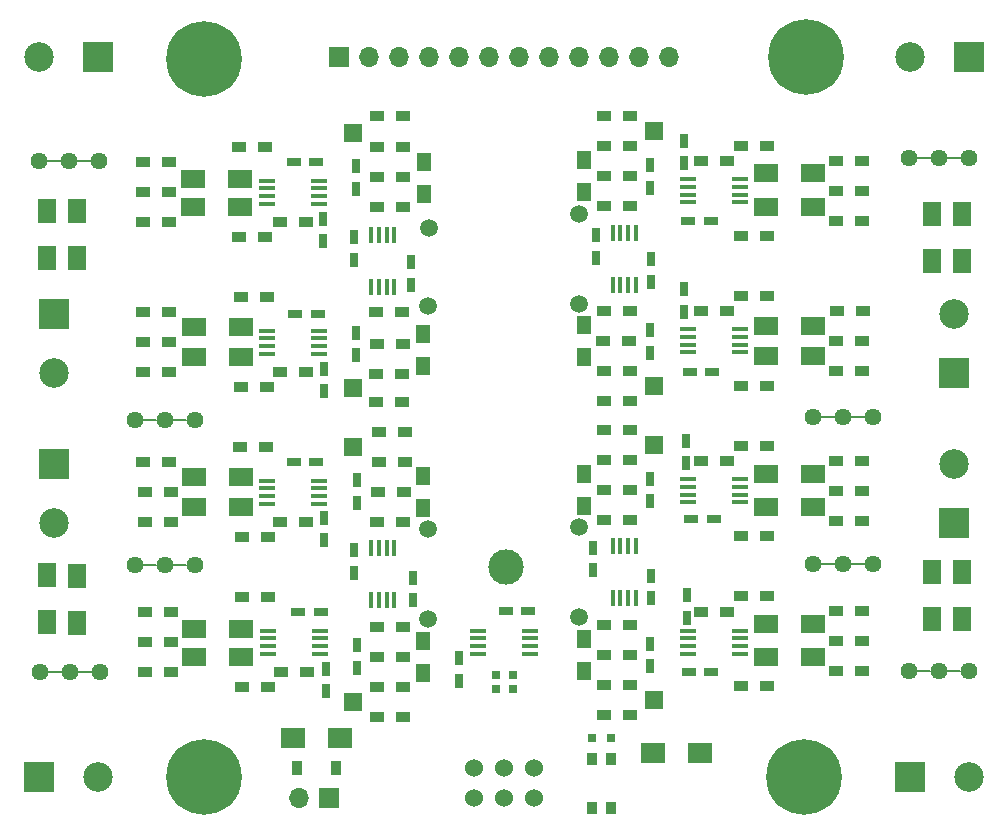
<source format=gbr>
G04 #@! TF.FileFunction,Soldermask,Top*
%FSLAX46Y46*%
G04 Gerber Fmt 4.6, Leading zero omitted, Abs format (unit mm)*
G04 Created by KiCad (PCBNEW 4.0.6) date Tue Apr  4 16:00:45 2017*
%MOMM*%
%LPD*%
G01*
G04 APERTURE LIST*
%ADD10C,0.088900*%
%ADD11C,0.150000*%
%ADD12C,1.440000*%
%ADD13R,1.200000X0.900000*%
%ADD14R,2.000000X1.700000*%
%ADD15R,1.700000X1.700000*%
%ADD16O,1.700000X1.700000*%
%ADD17R,0.900000X1.200000*%
%ADD18R,1.450000X0.450000*%
%ADD19R,1.600000X2.000000*%
%ADD20R,1.200000X0.750000*%
%ADD21R,0.450000X1.450000*%
%ADD22R,0.640000X0.700000*%
%ADD23C,6.400000*%
%ADD24R,1.500000X1.500000*%
%ADD25C,1.500000*%
%ADD26C,3.000000*%
%ADD27R,0.750000X1.200000*%
%ADD28R,1.300000X1.500000*%
%ADD29R,2.000000X1.600000*%
%ADD30C,2.500000*%
%ADD31R,2.500000X2.500000*%
%ADD32R,0.800000X0.800000*%
%ADD33C,1.524000*%
%ADD34R,0.900000X1.000000*%
G04 APERTURE END LIST*
D10*
D11*
X112407700Y-129540000D02*
X111239300Y-129540000D01*
X114947700Y-129540000D02*
X113779300Y-129540000D01*
X120408700Y-120459500D02*
X119240300Y-120459500D01*
X122948700Y-120459500D02*
X121780300Y-120459500D01*
X112344200Y-86233001D02*
X111175800Y-86233001D01*
X114884200Y-86233001D02*
X113715800Y-86233001D01*
X120408703Y-108140501D02*
X119240303Y-108140501D01*
X122948703Y-108140501D02*
X121780303Y-108140501D01*
X187312300Y-129413000D02*
X188480700Y-129413000D01*
X184772300Y-129413000D02*
X185940700Y-129413000D01*
X179247797Y-120395999D02*
X180416197Y-120395999D01*
X176707797Y-120395999D02*
X177876197Y-120395999D01*
X179247797Y-107949999D02*
X180416197Y-107949999D01*
X176707797Y-107949999D02*
X177876197Y-107949999D01*
X187375800Y-85979000D02*
X188544200Y-85979000D01*
X184835800Y-85979000D02*
X186004200Y-85979000D01*
D12*
X115633500Y-129540000D03*
X113093500Y-129540000D03*
X110553500Y-129540000D03*
X123634500Y-120459500D03*
X121094500Y-120459500D03*
X118554500Y-120459500D03*
D13*
X121496000Y-104140000D03*
X119296000Y-104140000D03*
D14*
X131985000Y-135128000D03*
X135985000Y-135128000D03*
D15*
X135001000Y-140208000D03*
D16*
X132461000Y-140208000D03*
D17*
X135635000Y-137668000D03*
X132335000Y-137668000D03*
D18*
X147660000Y-126025000D03*
X147660000Y-126675000D03*
X147660000Y-127325000D03*
X147660000Y-127975000D03*
X152060000Y-127975000D03*
X152060000Y-127325000D03*
X152060000Y-126675000D03*
X152060000Y-126025000D03*
D13*
X169884999Y-105282997D03*
X172084999Y-105282997D03*
D19*
X113665000Y-90456000D03*
X113665000Y-94456000D03*
D13*
X121496000Y-86360000D03*
X119296000Y-86360000D03*
X130853000Y-104140000D03*
X133053000Y-104140000D03*
D20*
X133919000Y-111760000D03*
X132019000Y-111760000D03*
D13*
X119422999Y-124460000D03*
X121622999Y-124460000D03*
D21*
X140542080Y-119031548D03*
X139892080Y-119031548D03*
X139242080Y-119031548D03*
X138592080Y-119031548D03*
X138592080Y-123431548D03*
X139242080Y-123431548D03*
X139892080Y-123431548D03*
X140542080Y-123431548D03*
D18*
X169839999Y-102447998D03*
X169839999Y-101797998D03*
X169839999Y-101147998D03*
X169839999Y-100497998D03*
X165439999Y-100497998D03*
X165439999Y-101147998D03*
X165439999Y-101797998D03*
X165439999Y-102447998D03*
D13*
X177970001Y-124332999D03*
X180170001Y-124332999D03*
D22*
X150560000Y-129740500D03*
X149160000Y-129740500D03*
X149160000Y-130990500D03*
X150560000Y-130990500D03*
D23*
X175387000Y-77470000D03*
X124460000Y-77597000D03*
X175260000Y-138430000D03*
X124460000Y-138430000D03*
D15*
X135890001Y-77470000D03*
D16*
X138430001Y-77470000D03*
X140970001Y-77470000D03*
X143510001Y-77470000D03*
X146050001Y-77470000D03*
X148590001Y-77470000D03*
X151130001Y-77470000D03*
X153670001Y-77470000D03*
X156210001Y-77470000D03*
X158750001Y-77470000D03*
X161290001Y-77470000D03*
X163830001Y-77470000D03*
D24*
X137066180Y-83908953D03*
D25*
X143510000Y-91948000D03*
D24*
X137066180Y-105498947D03*
D25*
X143416182Y-98513948D03*
D24*
X137027087Y-110436549D03*
D25*
X143377082Y-117421552D03*
D24*
X137027082Y-132026546D03*
D25*
X143377082Y-125041550D03*
D24*
X162557509Y-131861607D03*
D25*
X156207512Y-124876607D03*
D24*
X162557511Y-110271612D03*
D25*
X156207510Y-117256614D03*
D24*
X162544473Y-105326266D03*
D25*
X156194471Y-98341265D03*
D24*
X162544471Y-83736263D03*
D25*
X156194478Y-90721268D03*
D26*
X149987000Y-120650000D03*
D13*
X160469469Y-87546264D03*
X158269469Y-87546264D03*
X158269472Y-90086264D03*
X160469472Y-90086264D03*
X169884999Y-92582997D03*
X172084999Y-92582997D03*
X177970000Y-88772999D03*
X180170000Y-88772999D03*
X177970002Y-86233001D03*
X180170002Y-86233001D03*
X160469476Y-85006261D03*
X158269476Y-85006261D03*
X158269472Y-82466266D03*
X160469472Y-82466266D03*
X168740000Y-86232999D03*
X166540000Y-86232999D03*
X172084999Y-84962997D03*
X169884999Y-84962997D03*
X180170001Y-91313001D03*
X177970001Y-91313001D03*
X160448973Y-101516263D03*
X158248973Y-101516263D03*
X158269474Y-98976268D03*
X160469474Y-98976268D03*
X177970002Y-101473004D03*
X180170002Y-101473004D03*
X178013000Y-98932998D03*
X180213000Y-98932998D03*
X160469476Y-104056265D03*
X158269476Y-104056265D03*
X158269470Y-106596266D03*
X160469470Y-106596266D03*
X168740000Y-98933002D03*
X166540000Y-98933002D03*
X172084999Y-97663000D03*
X169884999Y-97663000D03*
X180170000Y-104012999D03*
X177970000Y-104012999D03*
X160482513Y-114081614D03*
X158282513Y-114081614D03*
X158282508Y-116621613D03*
X160482508Y-116621613D03*
X169884999Y-117982997D03*
X172084999Y-117982997D03*
X177970000Y-114173000D03*
X180170000Y-114173000D03*
X177970002Y-111633001D03*
X180170002Y-111633001D03*
X160482508Y-111541613D03*
X158282508Y-111541613D03*
X158282515Y-109001612D03*
X160482515Y-109001612D03*
X168739999Y-111633002D03*
X166539999Y-111633002D03*
X172084999Y-110362997D03*
X169884999Y-110362997D03*
X180170002Y-116712999D03*
X177970002Y-116712999D03*
X160482508Y-128051611D03*
X158282508Y-128051611D03*
X158282509Y-125511613D03*
X160482509Y-125511613D03*
X169884999Y-130682997D03*
X172084999Y-130682997D03*
X177969999Y-126873000D03*
X180169999Y-126873000D03*
X160482509Y-130591608D03*
X158282509Y-130591608D03*
X158282516Y-133131611D03*
X160482516Y-133131611D03*
X168740000Y-124460000D03*
X166540000Y-124460000D03*
X172084999Y-123062999D03*
X169884999Y-123062999D03*
X180169998Y-129412999D03*
X177969998Y-129412999D03*
X139102082Y-128216547D03*
X141302082Y-128216547D03*
X141302084Y-125676549D03*
X139102084Y-125676549D03*
X129835000Y-123189999D03*
X127635000Y-123189999D03*
X121622999Y-127000001D03*
X119422999Y-127000001D03*
X121622997Y-129540001D03*
X119422997Y-129540001D03*
X139081585Y-130756548D03*
X141281585Y-130756548D03*
X141302082Y-133296546D03*
X139102082Y-133296546D03*
X130980000Y-129540000D03*
X133180000Y-129540000D03*
X127635000Y-130810003D03*
X129835000Y-130810003D03*
X139186086Y-114246552D03*
X141386086Y-114246552D03*
X141305515Y-116786549D03*
X139105515Y-116786549D03*
X129708002Y-110490006D03*
X127508002Y-110490006D03*
X121623001Y-114300002D03*
X119423001Y-114300002D03*
X121623000Y-116840000D03*
X119423000Y-116840000D03*
X139229081Y-111706552D03*
X141429081Y-111706552D03*
X141429083Y-109166550D03*
X139229083Y-109166550D03*
X130852999Y-116840002D03*
X133052999Y-116840002D03*
X127635001Y-118110002D03*
X129835001Y-118110002D03*
X119296000Y-111760001D03*
X121496000Y-111760001D03*
X121496000Y-101600000D03*
X119296000Y-101600000D03*
X119296000Y-99060000D03*
X121496000Y-99060000D03*
X139108000Y-87630000D03*
X141308000Y-87630000D03*
X141308000Y-90170000D03*
X139108000Y-90170000D03*
X121496000Y-88900000D03*
X119296000Y-88900000D03*
X141308000Y-82423000D03*
X139108000Y-82423000D03*
X130853000Y-91440000D03*
X133053000Y-91440000D03*
X127424000Y-92710000D03*
X129624000Y-92710000D03*
X139108000Y-85090000D03*
X141308000Y-85090000D03*
X138981000Y-104267000D03*
X141181000Y-104267000D03*
X141181000Y-106680000D03*
X138981000Y-106680000D03*
X129741000Y-97790000D03*
X127541000Y-97790000D03*
X141224000Y-99060000D03*
X139024000Y-99060000D03*
X139108000Y-101727000D03*
X141308000Y-101727000D03*
X129624000Y-85090000D03*
X127424000Y-85090000D03*
D18*
X169840000Y-89748000D03*
X169840000Y-89098000D03*
X169840000Y-88448000D03*
X169840000Y-87798000D03*
X165440000Y-87798000D03*
X165440000Y-88448000D03*
X165440000Y-89098000D03*
X165440000Y-89748000D03*
D21*
X159029472Y-96731264D03*
X159679472Y-96731264D03*
X160329472Y-96731264D03*
X160979472Y-96731264D03*
X160979472Y-92331264D03*
X160329472Y-92331264D03*
X159679472Y-92331264D03*
X159029472Y-92331264D03*
D18*
X169840000Y-115148000D03*
X169840000Y-114498000D03*
X169840000Y-113848000D03*
X169840000Y-113198000D03*
X165440000Y-113198000D03*
X165440000Y-113848000D03*
X165440000Y-114498000D03*
X165440000Y-115148000D03*
D21*
X159042507Y-123266609D03*
X159692507Y-123266609D03*
X160342507Y-123266609D03*
X160992507Y-123266609D03*
X160992507Y-118866609D03*
X160342507Y-118866609D03*
X159692507Y-118866609D03*
X159042507Y-118866609D03*
D18*
X169840001Y-127975000D03*
X169840001Y-127325000D03*
X169840001Y-126675000D03*
X169840001Y-126025000D03*
X165440001Y-126025000D03*
X165440001Y-126675000D03*
X165440001Y-127325000D03*
X165440001Y-127975000D03*
X129880000Y-126025000D03*
X129880000Y-126675000D03*
X129880000Y-127325000D03*
X129880000Y-127975000D03*
X134280000Y-127975000D03*
X134280000Y-127325000D03*
X134280000Y-126675000D03*
X134280000Y-126025000D03*
X129753001Y-113324999D03*
X129753001Y-113974999D03*
X129753001Y-114624999D03*
X129753001Y-115274999D03*
X134153001Y-115274999D03*
X134153001Y-114624999D03*
X134153001Y-113974999D03*
X134153001Y-113324999D03*
X129752999Y-87925000D03*
X129752999Y-88575000D03*
X129752999Y-89225000D03*
X129752999Y-89875000D03*
X134152999Y-89875000D03*
X134152999Y-89225000D03*
X134152999Y-88575000D03*
X134152999Y-87925000D03*
X129753002Y-100624998D03*
X129753002Y-101274998D03*
X129753002Y-101924998D03*
X129753002Y-102574998D03*
X134153002Y-102574998D03*
X134153002Y-101924998D03*
X134153002Y-101274998D03*
X134153002Y-100624998D03*
D21*
X140548000Y-92542000D03*
X139898000Y-92542000D03*
X139248000Y-92542000D03*
X138598000Y-92542000D03*
X138598000Y-96942000D03*
X139248000Y-96942000D03*
X139898000Y-96942000D03*
X140548000Y-96942000D03*
D27*
X146050000Y-130236000D03*
X146050000Y-128336000D03*
D20*
X151889499Y-124333000D03*
X149989499Y-124333000D03*
D27*
X162163472Y-86596264D03*
X162163472Y-88496264D03*
X162163477Y-102466268D03*
X162163477Y-100566268D03*
X157607000Y-92522000D03*
X157607000Y-94422000D03*
D20*
X165420000Y-91313000D03*
X167320000Y-91313000D03*
X165547000Y-104140000D03*
X167447000Y-104140000D03*
D27*
X162176513Y-113131612D03*
X162176513Y-115031612D03*
X162176511Y-129001607D03*
X162176511Y-127101607D03*
X157353000Y-119004000D03*
X157353000Y-120904000D03*
D20*
X165674000Y-116586000D03*
X167574000Y-116586000D03*
X165481000Y-129540000D03*
X167381000Y-129540000D03*
D27*
X137408080Y-129166551D03*
X137408080Y-127266551D03*
X137408081Y-113296548D03*
X137408081Y-115196548D03*
X142113000Y-123444000D03*
X142113000Y-121544000D03*
D20*
X134300000Y-124460000D03*
X132400000Y-124460000D03*
D27*
X137287000Y-86680000D03*
X137287000Y-88580000D03*
X141986000Y-96708000D03*
X141986000Y-94808000D03*
D20*
X134046000Y-99187000D03*
X132146000Y-99187000D03*
X133919000Y-86360000D03*
X132019000Y-86360000D03*
D27*
X137287000Y-102677000D03*
X137287000Y-100777000D03*
D19*
X111125000Y-94456000D03*
X111125000Y-90456000D03*
D28*
X143035178Y-89068953D03*
X143035178Y-86368953D03*
X143002000Y-100932000D03*
X143002000Y-103632000D03*
D27*
X134493000Y-93025000D03*
X134493000Y-91125000D03*
X134620000Y-105725000D03*
X134620000Y-103825000D03*
X137160000Y-94610000D03*
X137160000Y-92710000D03*
D19*
X111125000Y-121317000D03*
X111125000Y-125317000D03*
D28*
X142996080Y-115596549D03*
X142996080Y-112896549D03*
X142996082Y-126866550D03*
X142996082Y-129566550D03*
D27*
X134620000Y-118364000D03*
X134620000Y-116464000D03*
X134747000Y-131125000D03*
X134747000Y-129225000D03*
X137160000Y-121092000D03*
X137160000Y-119192000D03*
D19*
X113665000Y-125349000D03*
X113665000Y-121349000D03*
X188595000Y-121063000D03*
X188595000Y-125063000D03*
D28*
X156588514Y-126699110D03*
X156588514Y-129399110D03*
X156588505Y-115431611D03*
X156588505Y-112731611D03*
D27*
X165354000Y-123002000D03*
X165354000Y-124902000D03*
X165227000Y-109921000D03*
X165227000Y-111821000D03*
X162306000Y-121351000D03*
X162306000Y-123251000D03*
D19*
X186055000Y-125063000D03*
X186055000Y-121063000D03*
X188595000Y-94710000D03*
X188595000Y-90710000D03*
D28*
X156575472Y-100166269D03*
X156575472Y-102866269D03*
X156575475Y-88896266D03*
X156575475Y-86196266D03*
D27*
X165100000Y-97094000D03*
X165100000Y-98994000D03*
X165100000Y-84521000D03*
X165100000Y-86421000D03*
X162306000Y-94554000D03*
X162306000Y-96454000D03*
D19*
X186055000Y-90710000D03*
X186055000Y-94710000D03*
D13*
X119296000Y-91440000D03*
X121496000Y-91440000D03*
X127551000Y-105410000D03*
X129751000Y-105410000D03*
D29*
X127476000Y-90170000D03*
X123476000Y-90170000D03*
X127476000Y-87757000D03*
X123476000Y-87757000D03*
X127603000Y-102870000D03*
X123603000Y-102870000D03*
X127603000Y-100330000D03*
X123603000Y-100330000D03*
X127603002Y-115569998D03*
X123603002Y-115569998D03*
X127603000Y-113029999D03*
X123603000Y-113029999D03*
X127603000Y-128269998D03*
X123603000Y-128269998D03*
X127603000Y-125857000D03*
X123603000Y-125857000D03*
X171989999Y-125476000D03*
X175989999Y-125476000D03*
X171989998Y-128270000D03*
X175989998Y-128270000D03*
X171990000Y-112776000D03*
X175990000Y-112776000D03*
X171990001Y-115570000D03*
X175990001Y-115570000D03*
X171989998Y-100203001D03*
X175989998Y-100203001D03*
X171990001Y-102742998D03*
X175990001Y-102742998D03*
X171990000Y-87249000D03*
X175990000Y-87249000D03*
X171990001Y-90170000D03*
X175990001Y-90170000D03*
D30*
X110443000Y-77470000D03*
D31*
X115443000Y-77470000D03*
D30*
X111760000Y-104187000D03*
D31*
X111760000Y-99187000D03*
D30*
X111759998Y-116887001D03*
D31*
X111759998Y-111887001D03*
D30*
X115443000Y-138430000D03*
D31*
X110443000Y-138430000D03*
D30*
X189230000Y-138430000D03*
D31*
X184230000Y-138430000D03*
D30*
X187959999Y-111887001D03*
D31*
X187959999Y-116887001D03*
D30*
X187960000Y-99186998D03*
D31*
X187960000Y-104186998D03*
D30*
X184230000Y-77470000D03*
D31*
X189230000Y-77470000D03*
D32*
X157315000Y-135128000D03*
X158915000Y-135128000D03*
D14*
X162465000Y-136398000D03*
X166465000Y-136398000D03*
D33*
X149860000Y-140208000D03*
X152400000Y-140208000D03*
X147320000Y-140208000D03*
X147300000Y-137658000D03*
X149840000Y-137658000D03*
X152380000Y-137658000D03*
D34*
X158915000Y-136888000D03*
X157315000Y-136888000D03*
X158915000Y-140988000D03*
X157315000Y-140988000D03*
D12*
X115570000Y-86233001D03*
X113030000Y-86233001D03*
X110490000Y-86233001D03*
X123634503Y-108140501D03*
X121094503Y-108140501D03*
X118554503Y-108140501D03*
X184086500Y-129413000D03*
X186626500Y-129413000D03*
X189166500Y-129413000D03*
X176021997Y-120395999D03*
X178561997Y-120395999D03*
X181101997Y-120395999D03*
X176021997Y-107949999D03*
X178561997Y-107949999D03*
X181101997Y-107949999D03*
X184150000Y-85979000D03*
X186690000Y-85979000D03*
X189230000Y-85979000D03*
M02*

</source>
